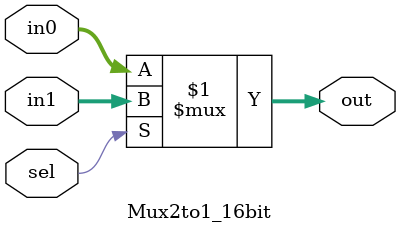
<source format=v>
module Mux2to1_16bit ( out, in0, in1, sel );
  output [15:0] out;
  input  [15:0] in0, in1;
  input         sel;

  assign  out = sel ? in1 : in0;

endmodule

</source>
